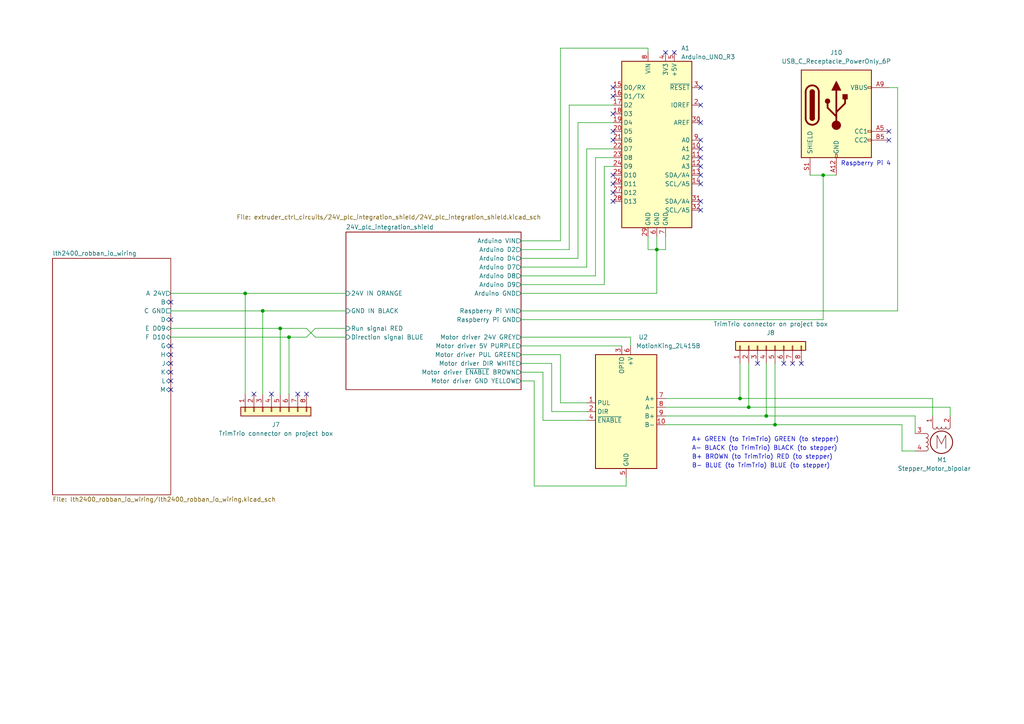
<source format=kicad_sch>
(kicad_sch (version 20230121) (generator eeschema)
  (paper "A4")
  (title_block (title "${project_title}") (date "2023-06-11") (rev "${git_describe}") (company "${company}") (comment 1 "${drawn_by}") (comment 4 "${git_url}"))
  (lib_symbols
    (symbol "Connector:USB_C_Receptacle_PowerOnly_6P" (pin_names (offset 1.016))
      (property "Reference" "J" (at 0 16.51 0))
      (property "Value" "USB_C_Receptacle_PowerOnly_6P" (at 0 13.97 0))
      (symbol "USB_C_Receptacle_PowerOnly_6P_0_0"
        (rectangle (start -0.254 -12.7) (end 0.254 -11.684))
        (rectangle (start 10.16 -7.366) (end 9.144 -7.874))
        (rectangle (start 10.16 -4.826) (end 9.144 -5.334))
        (rectangle (start 10.16 7.874) (end 9.144 7.366))
      )
      (symbol "USB_C_Receptacle_PowerOnly_6P_0_1"
        (rectangle (start -10.16 12.7) (end 10.16 -12.7) (stroke (width 0.254)) (fill (type background)))
        (arc (start -8.89 -1.27) (mid -6.985 -3.1667) (end -5.08 -1.27) (stroke (width 0.508)))
        (arc (start -7.62 -1.27) (mid -6.985 -1.9023) (end -6.35 -1.27) (stroke (width 0.254)))
        (arc (start -7.62 -1.27) (mid -6.985 -1.9023) (end -6.35 -1.27) (stroke (width 0.254)) (fill (type outline)))
        (rectangle (start -7.62 -1.27) (end -6.35 6.35) (stroke (width 0.254)) (fill (type outline)))
        (arc (start -6.35 6.35) (mid -6.985 6.9823) (end -7.62 6.35) (stroke (width 0.254)))
        (arc (start -6.35 6.35) (mid -6.985 6.9823) (end -7.62 6.35) (stroke (width 0.254)) (fill (type outline)))
        (arc (start -5.08 6.35) (mid -6.985 8.2467) (end -8.89 6.35) (stroke (width 0.508)))
        (circle (center -2.54 3.683) (radius 0.635) (stroke (width 0.254)) (fill (type outline)))
        (circle (center 0 -3.302) (radius 1.27) (fill (type outline)))
        (polyline (pts (xy -8.89 -1.27) (xy -8.89 6.35)) (stroke (width 0.508)))
        (polyline (pts (xy -5.08 6.35) (xy -5.08 -1.27)) (stroke (width 0.508)))
        (polyline (pts (xy 0 -3.302) (xy 0 6.858)) (stroke (width 0.508)))
        (polyline (pts (xy 0 -0.762) (xy -2.54 1.778) (xy -2.54 3.048)) (stroke (width 0.508)))
        (polyline (pts (xy 0 0.508) (xy 2.54 3.048) (xy 2.54 4.318)) (stroke (width 0.508)))
        (polyline (pts (xy -1.27 6.858) (xy 0 9.398) (xy 1.27 6.858) (xy -1.27 6.858)) (stroke (width 0.254)) (fill (type outline)))
        (rectangle (start 1.905 4.318) (end 3.175 5.588) (stroke (width 0.254)) (fill (type outline)))
      )
      (symbol "USB_C_Receptacle_PowerOnly_6P_1_1"
        (pin passive line (at 0 -17.78 90) (length 5.08) (name "GND") (number "A12"))
        (pin bidirectional line (at 15.24 -5.08 180) (length 5.08) (name "CC1") (number "A5"))
        (pin passive line (at 15.24 7.62 180) (length 5.08) (name "VBUS") (number "A9"))
        (pin passive line (at 0 -17.78 90) (length 5.08) hide (name "GND") (number "B12"))
        (pin bidirectional line (at 15.24 -7.62 180) (length 5.08) (name "CC2") (number "B5"))
        (pin passive line (at 15.24 7.62 180) (length 5.08) hide (name "VBUS") (number "B9"))
        (pin passive line (at -7.62 -17.78 90) (length 5.08) (name "SHIELD") (number "S1"))
      )
    )
    (symbol "Connector_Generic:Conn_01x08" (pin_names (offset 1.016) hide)
      (property "Reference" "J" (at 0 10.16 0))
      (property "Value" "Conn_01x08" (at 0 -12.7 0))
      (symbol "Conn_01x08_1_1"
        (rectangle (start -1.27 -10.033) (end 0 -10.287) (stroke (width 0.1524)))
        (rectangle (start -1.27 -7.493) (end 0 -7.747) (stroke (width 0.1524)))
        (rectangle (start -1.27 -4.953) (end 0 -5.207) (stroke (width 0.1524)))
        (rectangle (start -1.27 -2.413) (end 0 -2.667) (stroke (width 0.1524)))
        (rectangle (start -1.27 0.127) (end 0 -0.127) (stroke (width 0.1524)))
        (rectangle (start -1.27 2.667) (end 0 2.413) (stroke (width 0.1524)))
        (rectangle (start -1.27 5.207) (end 0 4.953) (stroke (width 0.1524)))
        (rectangle (start -1.27 7.747) (end 0 7.493) (stroke (width 0.1524)))
        (rectangle (start -1.27 8.89) (end 1.27 -11.43) (stroke (width 0.254)) (fill (type background)))
        (pin passive line (at -5.08 7.62 0) (length 3.81) (name "Pin_1") (number "1"))
        (pin passive line (at -5.08 5.08 0) (length 3.81) (name "Pin_2") (number "2"))
        (pin passive line (at -5.08 2.54 0) (length 3.81) (name "Pin_3") (number "3"))
        (pin passive line (at -5.08 0 0) (length 3.81) (name "Pin_4") (number "4"))
        (pin passive line (at -5.08 -2.54 0) (length 3.81) (name "Pin_5") (number "5"))
        (pin passive line (at -5.08 -5.08 0) (length 3.81) (name "Pin_6") (number "6"))
        (pin passive line (at -5.08 -7.62 0) (length 3.81) (name "Pin_7") (number "7"))
        (pin passive line (at -5.08 -10.16 0) (length 3.81) (name "Pin_8") (number "8"))
      )
    )
    (symbol "MCU_Module:Arduino_UNO_R3"
      (property "Reference" "A" (at -10.16 23.495 0))
      (property "Value" "Arduino_UNO_R3" (at 5.08 -26.67 0))
      (symbol "Arduino_UNO_R3_0_1"
        (rectangle (start -10.16 22.86) (end 10.16 -25.4) (stroke (width 0.254)) (fill (type background)))
      )
      (symbol "Arduino_UNO_R3_1_1"
        (pin no_connect line (at -10.16 -20.32 0) (length 2.54) hide (name "NC") (number "1"))
        (pin bidirectional line (at 12.7 -2.54 180) (length 2.54) (name "A1") (number "10"))
        (pin bidirectional line (at 12.7 -5.08 180) (length 2.54) (name "A2") (number "11"))
        (pin bidirectional line (at 12.7 -7.62 180) (length 2.54) (name "A3") (number "12"))
        (pin bidirectional line (at 12.7 -10.16 180) (length 2.54) (name "SDA/A4") (number "13"))
        (pin bidirectional line (at 12.7 -12.7 180) (length 2.54) (name "SCL/A5") (number "14"))
        (pin bidirectional line (at -12.7 15.24 0) (length 2.54) (name "D0/RX") (number "15"))
        (pin bidirectional line (at -12.7 12.7 0) (length 2.54) (name "D1/TX") (number "16"))
        (pin bidirectional line (at -12.7 10.16 0) (length 2.54) (name "D2") (number "17"))
        (pin bidirectional line (at -12.7 7.62 0) (length 2.54) (name "D3") (number "18"))
        (pin bidirectional line (at -12.7 5.08 0) (length 2.54) (name "D4") (number "19"))
        (pin output line (at 12.7 10.16 180) (length 2.54) (name "IOREF") (number "2"))
        (pin bidirectional line (at -12.7 2.54 0) (length 2.54) (name "D5") (number "20"))
        (pin bidirectional line (at -12.7 0 0) (length 2.54) (name "D6") (number "21"))
        (pin bidirectional line (at -12.7 -2.54 0) (length 2.54) (name "D7") (number "22"))
        (pin bidirectional line (at -12.7 -5.08 0) (length 2.54) (name "D8") (number "23"))
        (pin bidirectional line (at -12.7 -7.62 0) (length 2.54) (name "D9") (number "24"))
        (pin bidirectional line (at -12.7 -10.16 0) (length 2.54) (name "D10") (number "25"))
        (pin bidirectional line (at -12.7 -12.7 0) (length 2.54) (name "D11") (number "26"))
        (pin bidirectional line (at -12.7 -15.24 0) (length 2.54) (name "D12") (number "27"))
        (pin bidirectional line (at -12.7 -17.78 0) (length 2.54) (name "D13") (number "28"))
        (pin power_in line (at -2.54 -27.94 90) (length 2.54) (name "GND") (number "29"))
        (pin input line (at 12.7 15.24 180) (length 2.54) (name "~{RESET}") (number "3"))
        (pin input line (at 12.7 5.08 180) (length 2.54) (name "AREF") (number "30"))
        (pin bidirectional line (at 12.7 -17.78 180) (length 2.54) (name "SDA/A4") (number "31"))
        (pin bidirectional line (at 12.7 -20.32 180) (length 2.54) (name "SCL/A5") (number "32"))
        (pin power_out line (at 2.54 25.4 270) (length 2.54) (name "3V3") (number "4"))
        (pin power_out line (at 5.08 25.4 270) (length 2.54) (name "+5V") (number "5"))
        (pin power_in line (at 0 -27.94 90) (length 2.54) (name "GND") (number "6"))
        (pin power_in line (at 2.54 -27.94 90) (length 2.54) (name "GND") (number "7"))
        (pin power_in line (at -2.54 25.4 270) (length 2.54) (name "VIN") (number "8"))
        (pin bidirectional line (at 12.7 0 180) (length 2.54) (name "A0") (number "9"))
      )
    )
    (symbol "Motor:Stepper_Motor_bipolar" (pin_names (offset 0) hide)
      (property "Reference" "M" (at 3.81 2.54 0))
      (property "Value" "Stepper_Motor_bipolar" (at 3.81 1.27 0))
      (symbol "Stepper_Motor_bipolar_0_0"
        (polyline (pts (xy -1.27 -1.778) (xy -1.27 2.032) (xy 0 -0.508) (xy 1.27 2.032) (xy 1.27 -1.778)))
      )
      (symbol "Stepper_Motor_bipolar_0_1"
        (arc (start -4.445 -2.54) (mid -3.8127 -1.905) (end -4.445 -1.27))
        (arc (start -4.445 -1.27) (mid -3.8127 -0.635) (end -4.445 0))
        (arc (start -4.445 0) (mid -3.8127 0.635) (end -4.445 1.27))
        (arc (start -4.445 1.27) (mid -3.8127 1.905) (end -4.445 2.54))
        (arc (start -2.54 4.445) (mid -1.905 3.8127) (end -1.27 4.445))
        (arc (start -1.27 4.445) (mid -0.635 3.8127) (end 0 4.445))
        (polyline (pts (xy -5.08 -2.54) (xy -4.445 -2.54)))
        (polyline (pts (xy -5.08 2.54) (xy -4.445 2.54)))
        (polyline (pts (xy -2.54 5.08) (xy -2.54 4.445)))
        (polyline (pts (xy 2.54 5.08) (xy 2.54 4.445)))
        (circle (center 0 0) (radius 3.2512) (stroke (width 0.254)))
        (arc (start 0 4.445) (mid 0.635 3.8127) (end 1.27 4.445))
        (arc (start 1.27 4.445) (mid 1.905 3.8127) (end 2.54 4.445))
      )
      (symbol "Stepper_Motor_bipolar_1_1"
        (pin passive line (at -2.54 7.62 270) (length 2.54) (name "~") (number "1"))
        (pin passive line (at 2.54 7.62 270) (length 2.54) (name "-") (number "2"))
        (pin passive line (at -7.62 2.54 0) (length 2.54) (name "~") (number "3"))
        (pin passive line (at -7.62 -2.54 0) (length 2.54) (name "~") (number "4"))
      )
    )
    (symbol "clay_3dp_wiring:MotionKing_2L415B"
      (property "Reference" "A" (at 7.62 17.78 0))
      (property "Value" "MotionKing_2L415B" (at -3.81 17.78 0))
      (symbol "MotionKing_2L415B_0_1"
        (rectangle (start 8.89 -16.51) (end -8.89 16.51) (stroke (width 0.254)) (fill (type background)))
      )
      (symbol "MotionKing_2L415B_1_1"
        (pin input line (at -11.43 2.54 0) (length 2.54) (name "PUL") (number "1"))
        (pin output line (at 11.43 -3.81 180) (length 2.54) (name "B-") (number "10"))
        (pin input line (at -11.43 0 0) (length 2.54) (name "DIR") (number "2"))
        (pin power_in line (at -1.27 19.05 270) (length 2.54) (name "OPTO") (number "3"))
        (pin input line (at -11.43 -2.54 0) (length 2.54) (name "~{ENABLE}") (number "4"))
        (pin power_in line (at 0 -19.05 90) (length 2.54) (name "GND") (number "5"))
        (pin power_in line (at 1.27 19.05 270) (length 2.54) (name "+V") (number "6"))
        (pin output line (at 11.43 3.81 180) (length 2.54) (name "A+") (number "7"))
        (pin output line (at 11.43 1.27 180) (length 2.54) (name "A-") (number "8"))
        (pin output line (at 11.43 -1.27 180) (length 2.54) (name "B+") (number "9"))
      )
    )
  )
  (junction (at 83.82 97.79))
  (junction (at 224.79 123.19))
  (junction (at 76.2 90.17))
  (junction (at 222.25 120.65))
  (junction (at 81.28 95.25))
  (junction (at 214.63 115.57))
  (junction (at 190.5 72.39))
  (junction (at 238.76 50.8))
  (junction (at 71.12 85.09))
  (junction (at 217.17 118.11))
  (no_connect (at 193.04 15.24))
  (no_connect (at 49.53 100.33))
  (no_connect (at 203.2 53.34))
  (no_connect (at 49.53 102.87))
  (no_connect (at 177.8 27.94))
  (no_connect (at 203.2 43.18))
  (no_connect (at 177.8 53.34))
  (no_connect (at 195.58 15.24))
  (no_connect (at 49.53 110.49))
  (no_connect (at 177.8 55.88))
  (no_connect (at 257.81 40.64))
  (no_connect (at 177.8 58.42))
  (no_connect (at 49.53 107.95))
  (no_connect (at 219.71 105.41))
  (no_connect (at 49.53 113.03))
  (no_connect (at 203.2 25.4))
  (no_connect (at 49.53 105.41))
  (no_connect (at 49.53 92.71))
  (no_connect (at 88.9 114.3))
  (no_connect (at 232.41 105.41))
  (no_connect (at 49.53 87.63))
  (no_connect (at 203.2 30.48))
  (no_connect (at 203.2 50.8))
  (no_connect (at 203.2 48.26))
  (no_connect (at 177.8 50.8))
  (no_connect (at 229.87 105.41))
  (no_connect (at 203.2 40.64))
  (no_connect (at 257.81 38.1))
  (no_connect (at 203.2 35.56))
  (no_connect (at 86.36 114.3))
  (no_connect (at 227.33 105.41))
  (no_connect (at 177.8 25.4))
  (no_connect (at 203.2 58.42))
  (no_connect (at 78.74 114.3))
  (no_connect (at 203.2 45.72))
  (no_connect (at 177.8 40.64))
  (no_connect (at 177.8 33.02))
  (no_connect (at 73.66 114.3))
  (no_connect (at 177.8 38.1))
  (no_connect (at 203.2 60.96))
  (wire (pts (xy 151.13 69.85) (xy 162.56 69.85)))
  (wire (pts (xy 170.18 43.18) (xy 170.18 77.47)))
  (wire (pts (xy 88.9 95.25) (xy 91.44 97.79)))
  (wire (pts (xy 275.59 120.65) (xy 275.59 118.11)))
  (wire (pts (xy 160.02 119.38) (xy 170.18 119.38)))
  (wire (pts (xy 151.13 80.01) (xy 172.72 80.01)))
  (wire (pts (xy 193.04 118.11) (xy 217.17 118.11)))
  (wire (pts (xy 151.13 77.47) (xy 170.18 77.47)))
  (wire (pts (xy 260.35 25.4) (xy 260.35 90.17)))
  (wire (pts (xy 157.48 107.95) (xy 151.13 107.95)))
  (wire (pts (xy 187.96 72.39) (xy 190.5 72.39)))
  (wire (pts (xy 187.96 72.39) (xy 187.96 68.58)))
  (wire (pts (xy 49.53 85.09) (xy 71.12 85.09)))
  (wire (pts (xy 172.72 45.72) (xy 177.8 45.72)))
  (wire (pts (xy 167.64 35.56) (xy 167.64 74.93)))
  (wire (pts (xy 190.5 72.39) (xy 190.5 85.09)))
  (wire (pts (xy 270.51 120.65) (xy 270.51 115.57)))
  (wire (pts (xy 151.13 90.17) (xy 260.35 90.17)))
  (wire (pts (xy 151.13 97.79) (xy 182.88 97.79)))
  (wire (pts (xy 151.13 110.49) (xy 154.94 110.49)))
  (wire (pts (xy 88.9 97.79) (xy 91.44 95.25)))
  (wire (pts (xy 49.53 95.25) (xy 81.28 95.25)))
  (wire (pts (xy 83.82 97.79) (xy 88.9 97.79)))
  (wire (pts (xy 76.2 90.17) (xy 100.33 90.17)))
  (wire (pts (xy 257.81 25.4) (xy 260.35 25.4)))
  (wire (pts (xy 76.2 90.17) (xy 76.2 114.3)))
  (wire (pts (xy 190.5 72.39) (xy 190.5 68.58)))
  (wire (pts (xy 162.56 116.84) (xy 170.18 116.84)))
  (wire (pts (xy 157.48 107.95) (xy 157.48 121.92)))
  (wire (pts (xy 83.82 97.79) (xy 83.82 114.3)))
  (wire (pts (xy 172.72 45.72) (xy 172.72 80.01)))
  (wire (pts (xy 81.28 95.25) (xy 81.28 114.3)))
  (wire (pts (xy 151.13 100.33) (xy 180.34 100.33)))
  (wire (pts (xy 167.64 35.56) (xy 177.8 35.56)))
  (wire (pts (xy 154.94 110.49) (xy 154.94 140.97)))
  (wire (pts (xy 81.28 95.25) (xy 88.9 95.25)))
  (wire (pts (xy 224.79 123.19) (xy 261.62 123.19)))
  (wire (pts (xy 91.44 97.79) (xy 100.33 97.79)))
  (wire (pts (xy 238.76 50.8) (xy 238.76 92.71)))
  (wire (pts (xy 214.63 105.41) (xy 214.63 115.57)))
  (wire (pts (xy 222.25 105.41) (xy 222.25 120.65)))
  (wire (pts (xy 151.13 92.71) (xy 238.76 92.71)))
  (wire (pts (xy 193.04 72.39) (xy 193.04 68.58)))
  (wire (pts (xy 175.26 48.26) (xy 175.26 82.55)))
  (wire (pts (xy 91.44 95.25) (xy 100.33 95.25)))
  (wire (pts (xy 162.56 102.87) (xy 162.56 116.84)))
  (wire (pts (xy 238.76 50.8) (xy 234.95 50.8)))
  (wire (pts (xy 165.1 30.48) (xy 177.8 30.48)))
  (wire (pts (xy 224.79 123.19) (xy 193.04 123.19)))
  (wire (pts (xy 162.56 69.85) (xy 162.56 13.97)))
  (wire (pts (xy 49.53 90.17) (xy 76.2 90.17)))
  (wire (pts (xy 214.63 115.57) (xy 270.51 115.57)))
  (wire (pts (xy 151.13 82.55) (xy 175.26 82.55)))
  (wire (pts (xy 151.13 102.87) (xy 162.56 102.87)))
  (wire (pts (xy 71.12 85.09) (xy 71.12 114.3)))
  (wire (pts (xy 181.61 140.97) (xy 181.61 138.43)))
  (wire (pts (xy 224.79 105.41) (xy 224.79 123.19)))
  (wire (pts (xy 187.96 13.97) (xy 187.96 15.24)))
  (wire (pts (xy 49.53 97.79) (xy 83.82 97.79)))
  (wire (pts (xy 175.26 48.26) (xy 177.8 48.26)))
  (wire (pts (xy 261.62 130.81) (xy 261.62 123.19)))
  (wire (pts (xy 193.04 120.65) (xy 222.25 120.65)))
  (wire (pts (xy 193.04 115.57) (xy 214.63 115.57)))
  (wire (pts (xy 151.13 74.93) (xy 167.64 74.93)))
  (wire (pts (xy 217.17 105.41) (xy 217.17 118.11)))
  (wire (pts (xy 170.18 43.18) (xy 177.8 43.18)))
  (wire (pts (xy 238.76 50.8) (xy 242.57 50.8)))
  (wire (pts (xy 151.13 85.09) (xy 190.5 85.09)))
  (wire (pts (xy 71.12 85.09) (xy 100.33 85.09)))
  (wire (pts (xy 162.56 13.97) (xy 187.96 13.97)))
  (wire (pts (xy 151.13 72.39) (xy 165.1 72.39)))
  (wire (pts (xy 222.25 120.65) (xy 265.43 120.65)))
  (wire (pts (xy 217.17 118.11) (xy 275.59 118.11)))
  (wire (pts (xy 265.43 120.65) (xy 265.43 125.73)))
  (wire (pts (xy 151.13 105.41) (xy 160.02 105.41)))
  (wire (pts (xy 157.48 121.92) (xy 170.18 121.92)))
  (wire (pts (xy 165.1 30.48) (xy 165.1 72.39)))
  (wire (pts (xy 261.62 130.81) (xy 265.43 130.81)))
  (wire (pts (xy 160.02 105.41) (xy 160.02 119.38)))
  (wire (pts (xy 182.88 97.79) (xy 182.88 100.33)))
  (wire (pts (xy 190.5 72.39) (xy 193.04 72.39)))
  (wire (pts (xy 154.94 140.97) (xy 181.61 140.97)))
  (text "A+ GREEN (to TrimTrio) GREEN (to stepper)" (at 200.66 128.27 0) (effects (font (size 1.27 1.27)) (justify left bottom)))
  (text "Raspberry Pi 4" (at 243.84 48.26 0) (effects (font (size 1.27 1.27)) (justify left bottom)))
  (text "B+ BROWN (to TrimTrio) RED (to stepper)" (at 200.66 133.35 0) (effects (font (size 1.27 1.27)) (justify left bottom)))
  (text "B- BLUE (to TrimTrio) BLUE (to stepper)" (at 200.66 135.89 0) (effects (font (size 1.27 1.27)) (justify left bottom)))
  (text "A- BLACK (to TrimTrio) BLACK (to stepper)" (at 200.66 130.81 0) (effects (font (size 1.27 1.27)) (justify left bottom)))
  (symbol (lib_id "Connector:USB_C_Receptacle_PowerOnly_6P") (at 242.57 33.02 0) (unit 1)
    (property "Reference" "J10" (at 242.57 15.24 0))
    (property "Value" "USB_C_Receptacle_PowerOnly_6P" (at 242.57 17.78 0))
    (property "Datasheet" "https://www.usb.org/sites/default/files/documents/usb_type-c.zip" (effects hide))
  )
  (symbol (lib_id "Connector_Generic:Conn_01x08") (at 222.25 100.33 90) (unit 1)
    (property "Reference" "J8" (at 223.52 96.52 90))
    (property "Value" "TrimTrio connector on project box" (at 223.52 93.98 90))
  )
  (symbol (lib_id "clay_3dp_wiring:MotionKing_2L415B") (at 181.61 119.38 0) (unit 1)
    (property "Reference" "U2" (at 187.96 97.79 0) (effects (justify right)))
    (property "Value" "MotionKing_2L415B" (at 203.2 100.33 0) (effects (justify right)))
    (property "Datasheet" "http://www.motionking.com/download/2L415B_Instruction_Rev.E.pdf" (effects hide))
  )
  (symbol (lib_id "MCU_Module:Arduino_UNO_R3") (at 190.5 40.64 0) (unit 1)
    (property "Reference" "A1" (at 197.5359 13.97 0) (effects (justify left)))
    (property "Value" "Arduino_UNO_R3" (at 197.5359 16.51 0) (effects (justify left)))
    (property "Footprint" "Module:Arduino_UNO_R3" (effects hide))
    (property "Datasheet" "https://www.arduino.cc/en/Main/arduinoBoardUno" (effects hide))
  )
  (symbol (lib_id "Connector_Generic:Conn_01x08") (at 78.74 119.38 90) (mirror x) (unit 1)
    (property "Reference" "J7" (at 80.01 123.19 90))
    (property "Value" "TrimTrio connector on project box" (at 80.01 125.73 90))
  )
  (symbol (lib_id "Motor:Stepper_Motor_bipolar") (at 273.05 128.27 0) (unit 1) (on_board no)
    (property "Reference" "M1" (at 271.78 133.35 0) (effects (justify left)))
    (property "Value" "Stepper_Motor_bipolar" (at 260.35 135.89 0) (effects (justify left)))
    (property "Datasheet" "http://www.infineon.com/dgdl/Application-Note-TLE8110EE_driving_UniPolarStepperMotor_V1.1.pdf?fileId=db3a30431be39b97011be5d0aa0a00b0" (effects hide))
  )
  (sheet (at 100.33 67.31) (size 50.8 45.72) (stroke (width 0.1524))
    (property "Sheetname" "24V_plc_integration_shield" (at 100.33 66.5984 0) (effects (justify left bottom)))
    (property "Sheetfile" "extruder_ctrl_circuits/24V_plc_integration_shield/24V_plc_integration_shield.kicad_sch" (at 68.58 62.23 0) (effects (justify left top)))
    (pin "Arduino D2" output (at 151.13 72.39 0))
    (pin "Arduino D4" output (at 151.13 74.93 0))
    (pin "Arduino D7" output (at 151.13 77.47 0))
    (pin "Arduino D9" output (at 151.13 82.55 0))
    (pin "Arduino D8" output (at 151.13 80.01 0))
    (pin "Direction signal BLUE" input (at 100.33 97.79 180))
    (pin "24V IN ORANGE" input (at 100.33 85.09 180))
    (pin "Run signal RED" input (at 100.33 95.25 180))
    (pin "GND IN BLACK" input (at 100.33 90.17 180))
    (pin "Motor driver PUL GREEN" output (at 151.13 102.87 0))
    (pin "Motor driver ~{ENABLE} BROWN" output (at 151.13 107.95 0))
    (pin "Motor driver DIR WHITE" output (at 151.13 105.41 0))
    (pin "Motor driver 24V GREY" output (at 151.13 97.79 0))
    (pin "Motor driver 5V PURPLE" output (at 151.13 100.33 0))
    (pin "Motor driver GND YELLOW" output (at 151.13 110.49 0))
    (pin "Arduino VIN" output (at 151.13 69.85 0))
    (pin "Arduino GND" output (at 151.13 85.09 0))
    (pin "Raspberry Pi VIN" output (at 151.13 90.17 0))
    (pin "Raspberry Pi GND" output (at 151.13 92.71 0))
  )
  (sheet (at 15.24 74.93) (size 34.29 68.58) (stroke (width 0.1524))
    (property "Sheetname" "lth2400_robban_io_wiring" (at 15.24 74.2184 0) (effects (justify left bottom)))
    (property "Sheetfile" "lth2400_robban_io_wiring/lth2400_robban_io_wiring.kicad_sch" (at 15.24 144.0946 0) (effects (justify left top)))
    (pin "B" bidirectional (at 49.53 87.63 0))
    (pin "F D10" bidirectional (at 49.53 97.79 0))
    (pin "A 24V" output (at 49.53 85.09 0))
    (pin "C GND" passive (at 49.53 90.17 0))
    (pin "E D09" bidirectional (at 49.53 95.25 0))
    (pin "D" bidirectional (at 49.53 92.71 0))
    (pin "G" bidirectional (at 49.53 100.33 0))
    (pin "H" bidirectional (at 49.53 102.87 0))
    (pin "K" bidirectional (at 49.53 107.95 0))
    (pin "L" bidirectional (at 49.53 110.49 0))
    (pin "M" bidirectional (at 49.53 113.03 0))
    (pin "J" bidirectional (at 49.53 105.41 0))
  )
)
</source>
